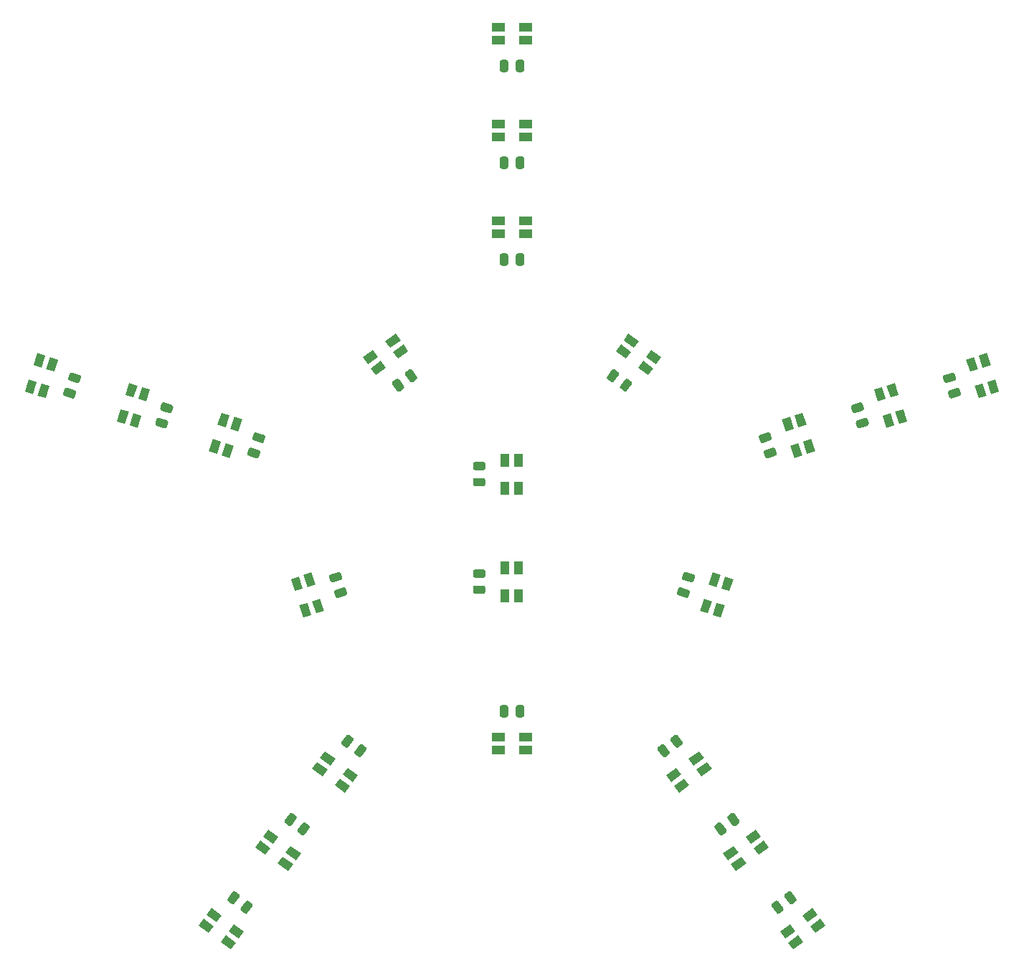
<source format=gbr>
%TF.GenerationSoftware,KiCad,Pcbnew,5.1.12-84ad8e8a86~92~ubuntu20.04.1*%
%TF.CreationDate,2021-11-29T16:52:28+01:00*%
%TF.ProjectId,RGBchristmasStar,52474263-6872-4697-9374-6d6173537461,rev?*%
%TF.SameCoordinates,Original*%
%TF.FileFunction,Paste,Top*%
%TF.FilePolarity,Positive*%
%FSLAX46Y46*%
G04 Gerber Fmt 4.6, Leading zero omitted, Abs format (unit mm)*
G04 Created by KiCad (PCBNEW 5.1.12-84ad8e8a86~92~ubuntu20.04.1) date 2021-11-29 16:52:28*
%MOMM*%
%LPD*%
G01*
G04 APERTURE LIST*
%ADD10R,1.000000X1.500000*%
%ADD11R,1.500000X1.000000*%
%ADD12C,0.100000*%
G04 APERTURE END LIST*
%TO.C,C22*%
G36*
G01*
X140742208Y-157300197D02*
X140183812Y-156531631D01*
G75*
G02*
X140239120Y-156182431I202254J146946D01*
G01*
X140643628Y-155888539D01*
G75*
G02*
X140992828Y-155943847I146946J-202254D01*
G01*
X141551224Y-156712413D01*
G75*
G02*
X141495916Y-157061613I-202254J-146946D01*
G01*
X141091408Y-157355505D01*
G75*
G02*
X140742208Y-157300197I-146946J202254D01*
G01*
G37*
G36*
G01*
X139205076Y-158416989D02*
X138646680Y-157648423D01*
G75*
G02*
X138701988Y-157299223I202254J146946D01*
G01*
X139106496Y-157005331D01*
G75*
G02*
X139455696Y-157060639I146946J-202254D01*
G01*
X140014092Y-157829205D01*
G75*
G02*
X139958784Y-158178405I-202254J-146946D01*
G01*
X139554276Y-158472297D01*
G75*
G02*
X139205076Y-158416989I-146946J202254D01*
G01*
G37*
%TD*%
%TO.C,C21*%
G36*
G01*
X134023823Y-148053132D02*
X133465427Y-147284566D01*
G75*
G02*
X133520735Y-146935366I202254J146946D01*
G01*
X133925243Y-146641474D01*
G75*
G02*
X134274443Y-146696782I146946J-202254D01*
G01*
X134832839Y-147465348D01*
G75*
G02*
X134777531Y-147814548I-202254J-146946D01*
G01*
X134373023Y-148108440D01*
G75*
G02*
X134023823Y-148053132I-146946J202254D01*
G01*
G37*
G36*
G01*
X132486691Y-149169924D02*
X131928295Y-148401358D01*
G75*
G02*
X131983603Y-148052158I202254J146946D01*
G01*
X132388111Y-147758266D01*
G75*
G02*
X132737311Y-147813574I146946J-202254D01*
G01*
X133295707Y-148582140D01*
G75*
G02*
X133240399Y-148931340I-202254J-146946D01*
G01*
X132835891Y-149225232D01*
G75*
G02*
X132486691Y-149169924I-146946J202254D01*
G01*
G37*
%TD*%
%TO.C,C20*%
G36*
G01*
X127305437Y-138806068D02*
X126747041Y-138037502D01*
G75*
G02*
X126802349Y-137688302I202254J146946D01*
G01*
X127206857Y-137394410D01*
G75*
G02*
X127556057Y-137449718I146946J-202254D01*
G01*
X128114453Y-138218284D01*
G75*
G02*
X128059145Y-138567484I-202254J-146946D01*
G01*
X127654637Y-138861376D01*
G75*
G02*
X127305437Y-138806068I-146946J202254D01*
G01*
G37*
G36*
G01*
X125768305Y-139922860D02*
X125209909Y-139154294D01*
G75*
G02*
X125265217Y-138805094I202254J146946D01*
G01*
X125669725Y-138511202D01*
G75*
G02*
X126018925Y-138566510I146946J-202254D01*
G01*
X126577321Y-139335076D01*
G75*
G02*
X126522013Y-139684276I-202254J-146946D01*
G01*
X126117505Y-139978168D01*
G75*
G02*
X125768305Y-139922860I-146946J202254D01*
G01*
G37*
%TD*%
%TO.C,C19*%
G36*
G01*
X129124120Y-119390483D02*
X128220616Y-119096917D01*
G75*
G02*
X128060106Y-118781899I77254J237764D01*
G01*
X128214614Y-118306371D01*
G75*
G02*
X128529632Y-118145861I237764J-77254D01*
G01*
X129433136Y-118439427D01*
G75*
G02*
X129593646Y-118754445I-77254J-237764D01*
G01*
X129439138Y-119229973D01*
G75*
G02*
X129124120Y-119390483I-237764J77254D01*
G01*
G37*
G36*
G01*
X128536988Y-121197491D02*
X127633484Y-120903925D01*
G75*
G02*
X127472974Y-120588907I77254J237764D01*
G01*
X127627482Y-120113379D01*
G75*
G02*
X127942500Y-119952869I237764J-77254D01*
G01*
X128846004Y-120246435D01*
G75*
G02*
X129006514Y-120561453I-77254J-237764D01*
G01*
X128852006Y-121036981D01*
G75*
G02*
X128536988Y-121197491I-237764J77254D01*
G01*
G37*
%TD*%
%TO.C,C18*%
G36*
G01*
X160249890Y-95549823D02*
X159346386Y-95843389D01*
G75*
G02*
X159031368Y-95682879I-77254J237764D01*
G01*
X158876860Y-95207351D01*
G75*
G02*
X159037370Y-94892333I237764J77254D01*
G01*
X159940874Y-94598767D01*
G75*
G02*
X160255892Y-94759277I77254J-237764D01*
G01*
X160410400Y-95234805D01*
G75*
G02*
X160249890Y-95549823I-237764J-77254D01*
G01*
G37*
G36*
G01*
X160837022Y-97356831D02*
X159933518Y-97650397D01*
G75*
G02*
X159618500Y-97489887I-77254J237764D01*
G01*
X159463992Y-97014359D01*
G75*
G02*
X159624502Y-96699341I237764J77254D01*
G01*
X160528006Y-96405775D01*
G75*
G02*
X160843024Y-96566285I77254J-237764D01*
G01*
X160997532Y-97041813D01*
G75*
G02*
X160837022Y-97356831I-237764J-77254D01*
G01*
G37*
%TD*%
%TO.C,C17*%
G36*
G01*
X149379314Y-99081888D02*
X148475810Y-99375454D01*
G75*
G02*
X148160792Y-99214944I-77254J237764D01*
G01*
X148006284Y-98739416D01*
G75*
G02*
X148166794Y-98424398I237764J77254D01*
G01*
X149070298Y-98130832D01*
G75*
G02*
X149385316Y-98291342I77254J-237764D01*
G01*
X149539824Y-98766870D01*
G75*
G02*
X149379314Y-99081888I-237764J-77254D01*
G01*
G37*
G36*
G01*
X149966446Y-100888896D02*
X149062942Y-101182462D01*
G75*
G02*
X148747924Y-101021952I-77254J237764D01*
G01*
X148593416Y-100546424D01*
G75*
G02*
X148753926Y-100231406I237764J77254D01*
G01*
X149657430Y-99937840D01*
G75*
G02*
X149972448Y-100098350I77254J-237764D01*
G01*
X150126956Y-100573878D01*
G75*
G02*
X149966446Y-100888896I-237764J-77254D01*
G01*
G37*
%TD*%
%TO.C,C16*%
G36*
G01*
X138508738Y-102613952D02*
X137605234Y-102907518D01*
G75*
G02*
X137290216Y-102747008I-77254J237764D01*
G01*
X137135708Y-102271480D01*
G75*
G02*
X137296218Y-101956462I237764J77254D01*
G01*
X138199722Y-101662896D01*
G75*
G02*
X138514740Y-101823406I77254J-237764D01*
G01*
X138669248Y-102298934D01*
G75*
G02*
X138508738Y-102613952I-237764J-77254D01*
G01*
G37*
G36*
G01*
X139095870Y-104420960D02*
X138192366Y-104714526D01*
G75*
G02*
X137877348Y-104554016I-77254J237764D01*
G01*
X137722840Y-104078488D01*
G75*
G02*
X137883350Y-103763470I237764J77254D01*
G01*
X138786854Y-103469904D01*
G75*
G02*
X139101872Y-103630414I77254J-237764D01*
G01*
X139256380Y-104105942D01*
G75*
G02*
X139095870Y-104420960I-237764J-77254D01*
G01*
G37*
%TD*%
%TO.C,C15*%
G36*
G01*
X120605423Y-94884537D02*
X120047027Y-95653103D01*
G75*
G02*
X119697827Y-95708411I-202254J146946D01*
G01*
X119293319Y-95414519D01*
G75*
G02*
X119238011Y-95065319I146946J202254D01*
G01*
X119796407Y-94296753D01*
G75*
G02*
X120145607Y-94241445I202254J-146946D01*
G01*
X120550115Y-94535337D01*
G75*
G02*
X120605423Y-94884537I-146946J-202254D01*
G01*
G37*
G36*
G01*
X122142555Y-96001329D02*
X121584159Y-96769895D01*
G75*
G02*
X121234959Y-96825203I-202254J146946D01*
G01*
X120830451Y-96531311D01*
G75*
G02*
X120775143Y-96182111I146946J202254D01*
G01*
X121333539Y-95413545D01*
G75*
G02*
X121682739Y-95358237I202254J-146946D01*
G01*
X122087247Y-95652129D01*
G75*
G02*
X122142555Y-96001329I-146946J-202254D01*
G01*
G37*
%TD*%
%TO.C,C14*%
G36*
G01*
X107550000Y-57915000D02*
X107550000Y-58865000D01*
G75*
G02*
X107300000Y-59115000I-250000J0D01*
G01*
X106800000Y-59115000D01*
G75*
G02*
X106550000Y-58865000I0J250000D01*
G01*
X106550000Y-57915000D01*
G75*
G02*
X106800000Y-57665000I250000J0D01*
G01*
X107300000Y-57665000D01*
G75*
G02*
X107550000Y-57915000I0J-250000D01*
G01*
G37*
G36*
G01*
X109450000Y-57915000D02*
X109450000Y-58865000D01*
G75*
G02*
X109200000Y-59115000I-250000J0D01*
G01*
X108700000Y-59115000D01*
G75*
G02*
X108450000Y-58865000I0J250000D01*
G01*
X108450000Y-57915000D01*
G75*
G02*
X108700000Y-57665000I250000J0D01*
G01*
X109200000Y-57665000D01*
G75*
G02*
X109450000Y-57915000I0J-250000D01*
G01*
G37*
%TD*%
%TO.C,C13*%
G36*
G01*
X107550000Y-69345000D02*
X107550000Y-70295000D01*
G75*
G02*
X107300000Y-70545000I-250000J0D01*
G01*
X106800000Y-70545000D01*
G75*
G02*
X106550000Y-70295000I0J250000D01*
G01*
X106550000Y-69345000D01*
G75*
G02*
X106800000Y-69095000I250000J0D01*
G01*
X107300000Y-69095000D01*
G75*
G02*
X107550000Y-69345000I0J-250000D01*
G01*
G37*
G36*
G01*
X109450000Y-69345000D02*
X109450000Y-70295000D01*
G75*
G02*
X109200000Y-70545000I-250000J0D01*
G01*
X108700000Y-70545000D01*
G75*
G02*
X108450000Y-70295000I0J250000D01*
G01*
X108450000Y-69345000D01*
G75*
G02*
X108700000Y-69095000I250000J0D01*
G01*
X109200000Y-69095000D01*
G75*
G02*
X109450000Y-69345000I0J-250000D01*
G01*
G37*
%TD*%
%TO.C,C12*%
G36*
G01*
X107550000Y-80775000D02*
X107550000Y-81725000D01*
G75*
G02*
X107300000Y-81975000I-250000J0D01*
G01*
X106800000Y-81975000D01*
G75*
G02*
X106550000Y-81725000I0J250000D01*
G01*
X106550000Y-80775000D01*
G75*
G02*
X106800000Y-80525000I250000J0D01*
G01*
X107300000Y-80525000D01*
G75*
G02*
X107550000Y-80775000I0J-250000D01*
G01*
G37*
G36*
G01*
X109450000Y-80775000D02*
X109450000Y-81725000D01*
G75*
G02*
X109200000Y-81975000I-250000J0D01*
G01*
X108700000Y-81975000D01*
G75*
G02*
X108450000Y-81725000I0J250000D01*
G01*
X108450000Y-80775000D01*
G75*
G02*
X108700000Y-80525000I250000J0D01*
G01*
X109200000Y-80525000D01*
G75*
G02*
X109450000Y-80775000I0J-250000D01*
G01*
G37*
%TD*%
%TO.C,C11*%
G36*
G01*
X94666461Y-95413545D02*
X95224857Y-96182111D01*
G75*
G02*
X95169549Y-96531311I-202254J-146946D01*
G01*
X94765041Y-96825203D01*
G75*
G02*
X94415841Y-96769895I-146946J202254D01*
G01*
X93857445Y-96001329D01*
G75*
G02*
X93912753Y-95652129I202254J146946D01*
G01*
X94317261Y-95358237D01*
G75*
G02*
X94666461Y-95413545I146946J-202254D01*
G01*
G37*
G36*
G01*
X96203593Y-94296753D02*
X96761989Y-95065319D01*
G75*
G02*
X96706681Y-95414519I-202254J-146946D01*
G01*
X96302173Y-95708411D01*
G75*
G02*
X95952973Y-95653103I-146946J202254D01*
G01*
X95394577Y-94884537D01*
G75*
G02*
X95449885Y-94535337I202254J146946D01*
G01*
X95854393Y-94241445D01*
G75*
G02*
X96203593Y-94296753I146946J-202254D01*
G01*
G37*
%TD*%
%TO.C,C10*%
G36*
G01*
X55471994Y-96405775D02*
X56375498Y-96699341D01*
G75*
G02*
X56536008Y-97014359I-77254J-237764D01*
G01*
X56381500Y-97489887D01*
G75*
G02*
X56066482Y-97650397I-237764J77254D01*
G01*
X55162978Y-97356831D01*
G75*
G02*
X55002468Y-97041813I77254J237764D01*
G01*
X55156976Y-96566285D01*
G75*
G02*
X55471994Y-96405775I237764J-77254D01*
G01*
G37*
G36*
G01*
X56059126Y-94598767D02*
X56962630Y-94892333D01*
G75*
G02*
X57123140Y-95207351I-77254J-237764D01*
G01*
X56968632Y-95682879D01*
G75*
G02*
X56653614Y-95843389I-237764J77254D01*
G01*
X55750110Y-95549823D01*
G75*
G02*
X55589600Y-95234805I77254J237764D01*
G01*
X55744108Y-94759277D01*
G75*
G02*
X56059126Y-94598767I237764J-77254D01*
G01*
G37*
%TD*%
%TO.C,C9*%
G36*
G01*
X66342570Y-99937840D02*
X67246074Y-100231406D01*
G75*
G02*
X67406584Y-100546424I-77254J-237764D01*
G01*
X67252076Y-101021952D01*
G75*
G02*
X66937058Y-101182462I-237764J77254D01*
G01*
X66033554Y-100888896D01*
G75*
G02*
X65873044Y-100573878I77254J237764D01*
G01*
X66027552Y-100098350D01*
G75*
G02*
X66342570Y-99937840I237764J-77254D01*
G01*
G37*
G36*
G01*
X66929702Y-98130832D02*
X67833206Y-98424398D01*
G75*
G02*
X67993716Y-98739416I-77254J-237764D01*
G01*
X67839208Y-99214944D01*
G75*
G02*
X67524190Y-99375454I-237764J77254D01*
G01*
X66620686Y-99081888D01*
G75*
G02*
X66460176Y-98766870I77254J237764D01*
G01*
X66614684Y-98291342D01*
G75*
G02*
X66929702Y-98130832I237764J-77254D01*
G01*
G37*
%TD*%
%TO.C,C8*%
G36*
G01*
X77213146Y-103469904D02*
X78116650Y-103763470D01*
G75*
G02*
X78277160Y-104078488I-77254J-237764D01*
G01*
X78122652Y-104554016D01*
G75*
G02*
X77807634Y-104714526I-237764J77254D01*
G01*
X76904130Y-104420960D01*
G75*
G02*
X76743620Y-104105942I77254J237764D01*
G01*
X76898128Y-103630414D01*
G75*
G02*
X77213146Y-103469904I237764J-77254D01*
G01*
G37*
G36*
G01*
X77800278Y-101662896D02*
X78703782Y-101956462D01*
G75*
G02*
X78864292Y-102271480I-77254J-237764D01*
G01*
X78709784Y-102747008D01*
G75*
G02*
X78394766Y-102907518I-237764J77254D01*
G01*
X77491262Y-102613952D01*
G75*
G02*
X77330752Y-102298934I77254J237764D01*
G01*
X77485260Y-101823406D01*
G75*
G02*
X77800278Y-101662896I237764J-77254D01*
G01*
G37*
%TD*%
%TO.C,C7*%
G36*
G01*
X87153996Y-120246435D02*
X88057500Y-119952869D01*
G75*
G02*
X88372518Y-120113379I77254J-237764D01*
G01*
X88527026Y-120588907D01*
G75*
G02*
X88366516Y-120903925I-237764J-77254D01*
G01*
X87463012Y-121197491D01*
G75*
G02*
X87147994Y-121036981I-77254J237764D01*
G01*
X86993486Y-120561453D01*
G75*
G02*
X87153996Y-120246435I237764J77254D01*
G01*
G37*
G36*
G01*
X86566864Y-118439427D02*
X87470368Y-118145861D01*
G75*
G02*
X87785386Y-118306371I77254J-237764D01*
G01*
X87939894Y-118781899D01*
G75*
G02*
X87779384Y-119096917I-237764J-77254D01*
G01*
X86875880Y-119390483D01*
G75*
G02*
X86560862Y-119229973I-77254J237764D01*
G01*
X86406354Y-118754445D01*
G75*
G02*
X86566864Y-118439427I237764J77254D01*
G01*
G37*
%TD*%
%TO.C,C6*%
G36*
G01*
X75985908Y-157829205D02*
X76544304Y-157060639D01*
G75*
G02*
X76893504Y-157005331I202254J-146946D01*
G01*
X77298012Y-157299223D01*
G75*
G02*
X77353320Y-157648423I-146946J-202254D01*
G01*
X76794924Y-158416989D01*
G75*
G02*
X76445724Y-158472297I-202254J146946D01*
G01*
X76041216Y-158178405D01*
G75*
G02*
X75985908Y-157829205I146946J202254D01*
G01*
G37*
G36*
G01*
X74448776Y-156712413D02*
X75007172Y-155943847D01*
G75*
G02*
X75356372Y-155888539I202254J-146946D01*
G01*
X75760880Y-156182431D01*
G75*
G02*
X75816188Y-156531631I-146946J-202254D01*
G01*
X75257792Y-157300197D01*
G75*
G02*
X74908592Y-157355505I-202254J146946D01*
G01*
X74504084Y-157061613D01*
G75*
G02*
X74448776Y-156712413I146946J202254D01*
G01*
G37*
%TD*%
%TO.C,C5*%
G36*
G01*
X82704293Y-148582140D02*
X83262689Y-147813574D01*
G75*
G02*
X83611889Y-147758266I202254J-146946D01*
G01*
X84016397Y-148052158D01*
G75*
G02*
X84071705Y-148401358I-146946J-202254D01*
G01*
X83513309Y-149169924D01*
G75*
G02*
X83164109Y-149225232I-202254J146946D01*
G01*
X82759601Y-148931340D01*
G75*
G02*
X82704293Y-148582140I146946J202254D01*
G01*
G37*
G36*
G01*
X81167161Y-147465348D02*
X81725557Y-146696782D01*
G75*
G02*
X82074757Y-146641474I202254J-146946D01*
G01*
X82479265Y-146935366D01*
G75*
G02*
X82534573Y-147284566I-146946J-202254D01*
G01*
X81976177Y-148053132D01*
G75*
G02*
X81626977Y-148108440I-202254J146946D01*
G01*
X81222469Y-147814548D01*
G75*
G02*
X81167161Y-147465348I146946J202254D01*
G01*
G37*
%TD*%
%TO.C,C4*%
G36*
G01*
X89422679Y-139335076D02*
X89981075Y-138566510D01*
G75*
G02*
X90330275Y-138511202I202254J-146946D01*
G01*
X90734783Y-138805094D01*
G75*
G02*
X90790091Y-139154294I-146946J-202254D01*
G01*
X90231695Y-139922860D01*
G75*
G02*
X89882495Y-139978168I-202254J146946D01*
G01*
X89477987Y-139684276D01*
G75*
G02*
X89422679Y-139335076I146946J202254D01*
G01*
G37*
G36*
G01*
X87885547Y-138218284D02*
X88443943Y-137449718D01*
G75*
G02*
X88793143Y-137394410I202254J-146946D01*
G01*
X89197651Y-137688302D01*
G75*
G02*
X89252959Y-138037502I-146946J-202254D01*
G01*
X88694563Y-138806068D01*
G75*
G02*
X88345363Y-138861376I-202254J146946D01*
G01*
X87940855Y-138567484D01*
G75*
G02*
X87885547Y-138218284I146946J202254D01*
G01*
G37*
%TD*%
%TO.C,C3*%
G36*
G01*
X108450000Y-135065000D02*
X108450000Y-134115000D01*
G75*
G02*
X108700000Y-133865000I250000J0D01*
G01*
X109200000Y-133865000D01*
G75*
G02*
X109450000Y-134115000I0J-250000D01*
G01*
X109450000Y-135065000D01*
G75*
G02*
X109200000Y-135315000I-250000J0D01*
G01*
X108700000Y-135315000D01*
G75*
G02*
X108450000Y-135065000I0J250000D01*
G01*
G37*
G36*
G01*
X106550000Y-135065000D02*
X106550000Y-134115000D01*
G75*
G02*
X106800000Y-133865000I250000J0D01*
G01*
X107300000Y-133865000D01*
G75*
G02*
X107550000Y-134115000I0J-250000D01*
G01*
X107550000Y-135065000D01*
G75*
G02*
X107300000Y-135315000I-250000J0D01*
G01*
X106800000Y-135315000D01*
G75*
G02*
X106550000Y-135065000I0J250000D01*
G01*
G37*
%TD*%
%TO.C,C2*%
G36*
G01*
X104595000Y-118840000D02*
X103645000Y-118840000D01*
G75*
G02*
X103395000Y-118590000I0J250000D01*
G01*
X103395000Y-118090000D01*
G75*
G02*
X103645000Y-117840000I250000J0D01*
G01*
X104595000Y-117840000D01*
G75*
G02*
X104845000Y-118090000I0J-250000D01*
G01*
X104845000Y-118590000D01*
G75*
G02*
X104595000Y-118840000I-250000J0D01*
G01*
G37*
G36*
G01*
X104595000Y-120740000D02*
X103645000Y-120740000D01*
G75*
G02*
X103395000Y-120490000I0J250000D01*
G01*
X103395000Y-119990000D01*
G75*
G02*
X103645000Y-119740000I250000J0D01*
G01*
X104595000Y-119740000D01*
G75*
G02*
X104845000Y-119990000I0J-250000D01*
G01*
X104845000Y-120490000D01*
G75*
G02*
X104595000Y-120740000I-250000J0D01*
G01*
G37*
%TD*%
%TO.C,C1*%
G36*
G01*
X104595000Y-106140000D02*
X103645000Y-106140000D01*
G75*
G02*
X103395000Y-105890000I0J250000D01*
G01*
X103395000Y-105390000D01*
G75*
G02*
X103645000Y-105140000I250000J0D01*
G01*
X104595000Y-105140000D01*
G75*
G02*
X104845000Y-105390000I0J-250000D01*
G01*
X104845000Y-105890000D01*
G75*
G02*
X104595000Y-106140000I-250000J0D01*
G01*
G37*
G36*
G01*
X104595000Y-108040000D02*
X103645000Y-108040000D01*
G75*
G02*
X103395000Y-107790000I0J250000D01*
G01*
X103395000Y-107290000D01*
G75*
G02*
X103645000Y-107040000I250000J0D01*
G01*
X104595000Y-107040000D01*
G75*
G02*
X104845000Y-107290000I0J-250000D01*
G01*
X104845000Y-107790000D01*
G75*
G02*
X104595000Y-108040000I-250000J0D01*
G01*
G37*
%TD*%
D10*
%TO.C,D1*%
X107140000Y-108230000D03*
X108720000Y-108230000D03*
X107140000Y-104950000D03*
X108720000Y-104950000D03*
%TD*%
%TO.C,D2*%
X107140000Y-120930000D03*
X108720000Y-120930000D03*
X107140000Y-117650000D03*
X108720000Y-117650000D03*
%TD*%
D11*
%TO.C,D3*%
X106360000Y-137610000D03*
X106360000Y-139190000D03*
X109640000Y-137610000D03*
X109640000Y-139190000D03*
%TD*%
D12*
%TO.C,D4*%
G36*
X85335264Y-140129223D02*
G01*
X85923049Y-139320206D01*
X87136574Y-140201883D01*
X86548789Y-141010900D01*
X85335264Y-140129223D01*
G37*
G36*
X84406564Y-141407470D02*
G01*
X84994349Y-140598453D01*
X86207874Y-141480130D01*
X85620089Y-142289147D01*
X84406564Y-141407470D01*
G37*
G36*
X87988840Y-142057158D02*
G01*
X88576625Y-141248141D01*
X89790150Y-142129818D01*
X89202365Y-142938835D01*
X87988840Y-142057158D01*
G37*
G36*
X87060140Y-143335405D02*
G01*
X87647925Y-142526388D01*
X88861450Y-143408065D01*
X88273665Y-144217082D01*
X87060140Y-143335405D01*
G37*
%TD*%
%TO.C,D5*%
G36*
X78616878Y-149376287D02*
G01*
X79204663Y-148567270D01*
X80418188Y-149448947D01*
X79830403Y-150257964D01*
X78616878Y-149376287D01*
G37*
G36*
X77688178Y-150654534D02*
G01*
X78275963Y-149845517D01*
X79489488Y-150727194D01*
X78901703Y-151536211D01*
X77688178Y-150654534D01*
G37*
G36*
X81270454Y-151304222D02*
G01*
X81858239Y-150495205D01*
X83071764Y-151376882D01*
X82483979Y-152185899D01*
X81270454Y-151304222D01*
G37*
G36*
X80341754Y-152582469D02*
G01*
X80929539Y-151773452D01*
X82143064Y-152655129D01*
X81555279Y-153464146D01*
X80341754Y-152582469D01*
G37*
%TD*%
%TO.C,D6*%
G36*
X71898493Y-158623351D02*
G01*
X72486278Y-157814334D01*
X73699803Y-158696011D01*
X73112018Y-159505028D01*
X71898493Y-158623351D01*
G37*
G36*
X70969793Y-159901598D02*
G01*
X71557578Y-159092581D01*
X72771103Y-159974258D01*
X72183318Y-160783275D01*
X70969793Y-159901598D01*
G37*
G36*
X74552069Y-160551286D02*
G01*
X75139854Y-159742269D01*
X76353379Y-160623946D01*
X75765594Y-161432963D01*
X74552069Y-160551286D01*
G37*
G36*
X73623369Y-161829533D02*
G01*
X74211154Y-161020516D01*
X75424679Y-161902193D01*
X74836894Y-162711210D01*
X73623369Y-161829533D01*
G37*
%TD*%
%TO.C,D7*%
G36*
X83380421Y-118486391D02*
G01*
X84331478Y-118177374D01*
X84795003Y-119603959D01*
X83843946Y-119912976D01*
X83380421Y-118486391D01*
G37*
G36*
X81877751Y-118974638D02*
G01*
X82828808Y-118665621D01*
X83292333Y-120092206D01*
X82341276Y-120401223D01*
X81877751Y-118974638D01*
G37*
G36*
X84393997Y-121605856D02*
G01*
X85345054Y-121296839D01*
X85808579Y-122723424D01*
X84857522Y-123032441D01*
X84393997Y-121605856D01*
G37*
G36*
X82891327Y-122094103D02*
G01*
X83842384Y-121785086D01*
X84305909Y-123211671D01*
X83354852Y-123520688D01*
X82891327Y-122094103D01*
G37*
%TD*%
%TO.C,D8*%
G36*
X75194788Y-99827946D02*
G01*
X76145845Y-100136963D01*
X75682320Y-101563548D01*
X74731263Y-101254531D01*
X75194788Y-99827946D01*
G37*
G36*
X73692118Y-99339699D02*
G01*
X74643175Y-99648716D01*
X74179650Y-101075301D01*
X73228593Y-100766284D01*
X73692118Y-99339699D01*
G37*
G36*
X74181212Y-102947411D02*
G01*
X75132269Y-103256428D01*
X74668744Y-104683013D01*
X73717687Y-104373996D01*
X74181212Y-102947411D01*
G37*
G36*
X72678542Y-102459164D02*
G01*
X73629599Y-102768181D01*
X73166074Y-104194766D01*
X72215017Y-103885749D01*
X72678542Y-102459164D01*
G37*
%TD*%
%TO.C,D9*%
G36*
X64324212Y-96295882D02*
G01*
X65275269Y-96604899D01*
X64811744Y-98031484D01*
X63860687Y-97722467D01*
X64324212Y-96295882D01*
G37*
G36*
X62821542Y-95807635D02*
G01*
X63772599Y-96116652D01*
X63309074Y-97543237D01*
X62358017Y-97234220D01*
X62821542Y-95807635D01*
G37*
G36*
X63310636Y-99415347D02*
G01*
X64261693Y-99724364D01*
X63798168Y-101150949D01*
X62847111Y-100841932D01*
X63310636Y-99415347D01*
G37*
G36*
X61807966Y-98927100D02*
G01*
X62759023Y-99236117D01*
X62295498Y-100662702D01*
X61344441Y-100353685D01*
X61807966Y-98927100D01*
G37*
%TD*%
%TO.C,D10*%
G36*
X53453636Y-92763818D02*
G01*
X54404693Y-93072835D01*
X53941168Y-94499420D01*
X52990111Y-94190403D01*
X53453636Y-92763818D01*
G37*
G36*
X51950966Y-92275571D02*
G01*
X52902023Y-92584588D01*
X52438498Y-94011173D01*
X51487441Y-93702156D01*
X51950966Y-92275571D01*
G37*
G36*
X52440060Y-95883283D02*
G01*
X53391117Y-96192300D01*
X52927592Y-97618885D01*
X51976535Y-97309868D01*
X52440060Y-95883283D01*
G37*
G36*
X50937390Y-95395036D02*
G01*
X51888447Y-95704053D01*
X51424922Y-97130638D01*
X50473865Y-96821621D01*
X50937390Y-95395036D01*
G37*
%TD*%
%TO.C,D11*%
G36*
X95174263Y-91280778D02*
G01*
X95762048Y-92089795D01*
X94548523Y-92971472D01*
X93960738Y-92162455D01*
X95174263Y-91280778D01*
G37*
G36*
X94245563Y-90002531D02*
G01*
X94833348Y-90811548D01*
X93619823Y-91693225D01*
X93032038Y-90884208D01*
X94245563Y-90002531D01*
G37*
G36*
X92520687Y-93208713D02*
G01*
X93108472Y-94017730D01*
X91894947Y-94899407D01*
X91307162Y-94090390D01*
X92520687Y-93208713D01*
G37*
G36*
X91591987Y-91930466D02*
G01*
X92179772Y-92739483D01*
X90966247Y-93621160D01*
X90378462Y-92812143D01*
X91591987Y-91930466D01*
G37*
%TD*%
D11*
%TO.C,D12*%
X109640000Y-78230000D03*
X109640000Y-76650000D03*
X106360000Y-78230000D03*
X106360000Y-76650000D03*
%TD*%
%TO.C,D13*%
X109640000Y-66800000D03*
X109640000Y-65220000D03*
X106360000Y-66800000D03*
X106360000Y-65220000D03*
%TD*%
%TO.C,D14*%
X109640000Y-55370000D03*
X109640000Y-53790000D03*
X106360000Y-55370000D03*
X106360000Y-53790000D03*
%TD*%
D12*
%TO.C,D15*%
G36*
X124692838Y-94090390D02*
G01*
X124105053Y-94899407D01*
X122891528Y-94017730D01*
X123479313Y-93208713D01*
X124692838Y-94090390D01*
G37*
G36*
X125621538Y-92812143D02*
G01*
X125033753Y-93621160D01*
X123820228Y-92739483D01*
X124408013Y-91930466D01*
X125621538Y-92812143D01*
G37*
G36*
X122039262Y-92162455D02*
G01*
X121451477Y-92971472D01*
X120237952Y-92089795D01*
X120825737Y-91280778D01*
X122039262Y-92162455D01*
G37*
G36*
X122967962Y-90884208D02*
G01*
X122380177Y-91693225D01*
X121166652Y-90811548D01*
X121754437Y-90002531D01*
X122967962Y-90884208D01*
G37*
%TD*%
%TO.C,D16*%
G36*
X142282313Y-104373996D02*
G01*
X141331256Y-104683013D01*
X140867731Y-103256428D01*
X141818788Y-102947411D01*
X142282313Y-104373996D01*
G37*
G36*
X143784983Y-103885749D02*
G01*
X142833926Y-104194766D01*
X142370401Y-102768181D01*
X143321458Y-102459164D01*
X143784983Y-103885749D01*
G37*
G36*
X141268737Y-101254531D02*
G01*
X140317680Y-101563548D01*
X139854155Y-100136963D01*
X140805212Y-99827946D01*
X141268737Y-101254531D01*
G37*
G36*
X142771407Y-100766284D02*
G01*
X141820350Y-101075301D01*
X141356825Y-99648716D01*
X142307882Y-99339699D01*
X142771407Y-100766284D01*
G37*
%TD*%
%TO.C,D17*%
G36*
X153152889Y-100841932D02*
G01*
X152201832Y-101150949D01*
X151738307Y-99724364D01*
X152689364Y-99415347D01*
X153152889Y-100841932D01*
G37*
G36*
X154655559Y-100353685D02*
G01*
X153704502Y-100662702D01*
X153240977Y-99236117D01*
X154192034Y-98927100D01*
X154655559Y-100353685D01*
G37*
G36*
X152139313Y-97722467D02*
G01*
X151188256Y-98031484D01*
X150724731Y-96604899D01*
X151675788Y-96295882D01*
X152139313Y-97722467D01*
G37*
G36*
X153641983Y-97234220D02*
G01*
X152690926Y-97543237D01*
X152227401Y-96116652D01*
X153178458Y-95807635D01*
X153641983Y-97234220D01*
G37*
%TD*%
%TO.C,D18*%
G36*
X164023465Y-97309868D02*
G01*
X163072408Y-97618885D01*
X162608883Y-96192300D01*
X163559940Y-95883283D01*
X164023465Y-97309868D01*
G37*
G36*
X165526135Y-96821621D02*
G01*
X164575078Y-97130638D01*
X164111553Y-95704053D01*
X165062610Y-95395036D01*
X165526135Y-96821621D01*
G37*
G36*
X163009889Y-94190403D02*
G01*
X162058832Y-94499420D01*
X161595307Y-93072835D01*
X162546364Y-92763818D01*
X163009889Y-94190403D01*
G37*
G36*
X164512559Y-93702156D02*
G01*
X163561502Y-94011173D01*
X163097977Y-92584588D01*
X164049034Y-92275571D01*
X164512559Y-93702156D01*
G37*
%TD*%
%TO.C,D19*%
G36*
X131142478Y-123032441D02*
G01*
X130191421Y-122723424D01*
X130654946Y-121296839D01*
X131606003Y-121605856D01*
X131142478Y-123032441D01*
G37*
G36*
X132645148Y-123520688D02*
G01*
X131694091Y-123211671D01*
X132157616Y-121785086D01*
X133108673Y-122094103D01*
X132645148Y-123520688D01*
G37*
G36*
X132156054Y-119912976D02*
G01*
X131204997Y-119603959D01*
X131668522Y-118177374D01*
X132619579Y-118486391D01*
X132156054Y-119912976D01*
G37*
G36*
X133658724Y-120401223D02*
G01*
X132707667Y-120092206D01*
X133171192Y-118665621D01*
X134122249Y-118974638D01*
X133658724Y-120401223D01*
G37*
%TD*%
%TO.C,D20*%
G36*
X126797635Y-142938835D02*
G01*
X126209850Y-142129818D01*
X127423375Y-141248141D01*
X128011160Y-142057158D01*
X126797635Y-142938835D01*
G37*
G36*
X127726335Y-144217082D02*
G01*
X127138550Y-143408065D01*
X128352075Y-142526388D01*
X128939860Y-143335405D01*
X127726335Y-144217082D01*
G37*
G36*
X129451211Y-141010900D02*
G01*
X128863426Y-140201883D01*
X130076951Y-139320206D01*
X130664736Y-140129223D01*
X129451211Y-141010900D01*
G37*
G36*
X130379911Y-142289147D02*
G01*
X129792126Y-141480130D01*
X131005651Y-140598453D01*
X131593436Y-141407470D01*
X130379911Y-142289147D01*
G37*
%TD*%
%TO.C,D21*%
G36*
X133516021Y-152185899D02*
G01*
X132928236Y-151376882D01*
X134141761Y-150495205D01*
X134729546Y-151304222D01*
X133516021Y-152185899D01*
G37*
G36*
X134444721Y-153464146D02*
G01*
X133856936Y-152655129D01*
X135070461Y-151773452D01*
X135658246Y-152582469D01*
X134444721Y-153464146D01*
G37*
G36*
X136169597Y-150257964D02*
G01*
X135581812Y-149448947D01*
X136795337Y-148567270D01*
X137383122Y-149376287D01*
X136169597Y-150257964D01*
G37*
G36*
X137098297Y-151536211D02*
G01*
X136510512Y-150727194D01*
X137724037Y-149845517D01*
X138311822Y-150654534D01*
X137098297Y-151536211D01*
G37*
%TD*%
%TO.C,D22*%
G36*
X140234406Y-161432963D02*
G01*
X139646621Y-160623946D01*
X140860146Y-159742269D01*
X141447931Y-160551286D01*
X140234406Y-161432963D01*
G37*
G36*
X141163106Y-162711210D02*
G01*
X140575321Y-161902193D01*
X141788846Y-161020516D01*
X142376631Y-161829533D01*
X141163106Y-162711210D01*
G37*
G36*
X142887982Y-159505028D02*
G01*
X142300197Y-158696011D01*
X143513722Y-157814334D01*
X144101507Y-158623351D01*
X142887982Y-159505028D01*
G37*
G36*
X143816682Y-160783275D02*
G01*
X143228897Y-159974258D01*
X144442422Y-159092581D01*
X145030207Y-159901598D01*
X143816682Y-160783275D01*
G37*
%TD*%
M02*

</source>
